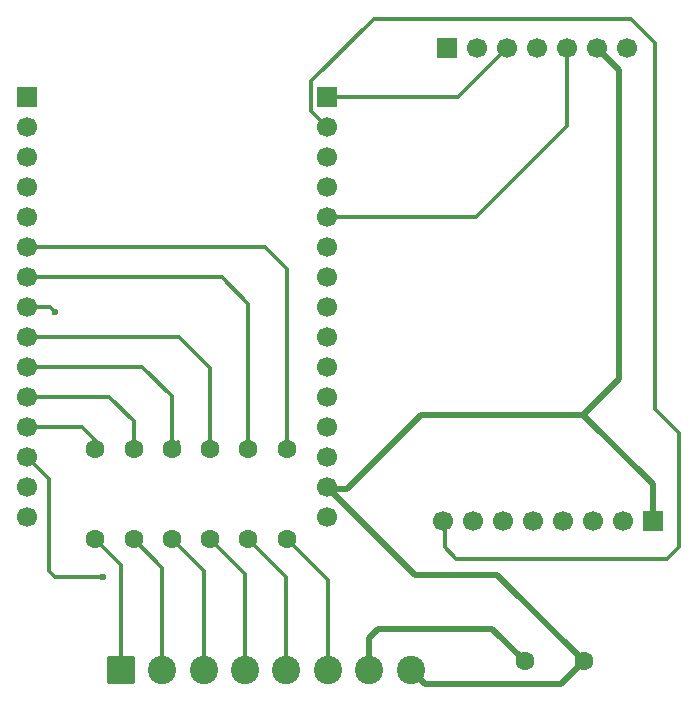
<source format=gtl>
%TF.GenerationSoftware,KiCad,Pcbnew,9.0.5*%
%TF.CreationDate,2025-12-28T17:56:33+02:00*%
%TF.ProjectId,base-schematic-02,62617365-2d73-4636-9865-6d617469632d,rev?*%
%TF.SameCoordinates,Original*%
%TF.FileFunction,Copper,L1,Top*%
%TF.FilePolarity,Positive*%
%FSLAX46Y46*%
G04 Gerber Fmt 4.6, Leading zero omitted, Abs format (unit mm)*
G04 Created by KiCad (PCBNEW 9.0.5) date 2025-12-28 17:56:33*
%MOMM*%
%LPD*%
G01*
G04 APERTURE LIST*
G04 Aperture macros list*
%AMRoundRect*
0 Rectangle with rounded corners*
0 $1 Rounding radius*
0 $2 $3 $4 $5 $6 $7 $8 $9 X,Y pos of 4 corners*
0 Add a 4 corners polygon primitive as box body*
4,1,4,$2,$3,$4,$5,$6,$7,$8,$9,$2,$3,0*
0 Add four circle primitives for the rounded corners*
1,1,$1+$1,$2,$3*
1,1,$1+$1,$4,$5*
1,1,$1+$1,$6,$7*
1,1,$1+$1,$8,$9*
0 Add four rect primitives between the rounded corners*
20,1,$1+$1,$2,$3,$4,$5,0*
20,1,$1+$1,$4,$5,$6,$7,0*
20,1,$1+$1,$6,$7,$8,$9,0*
20,1,$1+$1,$8,$9,$2,$3,0*%
G04 Aperture macros list end*
%TA.AperFunction,ComponentPad*%
%ADD10R,1.700000X1.700000*%
%TD*%
%TA.AperFunction,ComponentPad*%
%ADD11C,1.700000*%
%TD*%
%TA.AperFunction,ComponentPad*%
%ADD12C,1.600000*%
%TD*%
%TA.AperFunction,ComponentPad*%
%ADD13RoundRect,0.250001X-0.949999X-0.949999X0.949999X-0.949999X0.949999X0.949999X-0.949999X0.949999X0*%
%TD*%
%TA.AperFunction,ComponentPad*%
%ADD14C,2.400000*%
%TD*%
%TA.AperFunction,ViaPad*%
%ADD15C,0.600000*%
%TD*%
%TA.AperFunction,Conductor*%
%ADD16C,0.300000*%
%TD*%
%TA.AperFunction,Conductor*%
%ADD17C,0.500000*%
%TD*%
G04 APERTURE END LIST*
D10*
%TO.P,J2,1,Pin_1*%
%TO.N,D23*%
X79400000Y-59460000D03*
D11*
%TO.P,J2,2,Pin_2*%
%TO.N,D22*%
X79400000Y-62000000D03*
%TO.P,J2,3,Pin_3*%
%TO.N,unconnected-(J2-Pin_3-Pad3)*%
X79400000Y-64540000D03*
%TO.P,J2,4,Pin_4*%
%TO.N,unconnected-(J2-Pin_4-Pad4)*%
X79400000Y-67080000D03*
%TO.P,J2,5,Pin_5*%
%TO.N,D21*%
X79400000Y-69620000D03*
%TO.P,J2,6,Pin_6*%
%TO.N,D19*%
X79400000Y-72160000D03*
%TO.P,J2,7,Pin_7*%
%TO.N,D18*%
X79400000Y-74700000D03*
%TO.P,J2,8,Pin_8*%
%TO.N,unconnected-(J2-Pin_8-Pad8)*%
X79400000Y-77240000D03*
%TO.P,J2,9,Pin_9*%
%TO.N,unconnected-(J2-Pin_9-Pad9)*%
X79400000Y-79780000D03*
%TO.P,J2,10,Pin_10*%
%TO.N,unconnected-(J2-Pin_10-Pad10)*%
X79400000Y-82320000D03*
%TO.P,J2,11,Pin_11*%
%TO.N,unconnected-(J2-Pin_11-Pad11)*%
X79400000Y-84860000D03*
%TO.P,J2,12,Pin_12*%
%TO.N,unconnected-(J2-Pin_12-Pad12)*%
X79400000Y-87400000D03*
%TO.P,J2,13,Pin_13*%
%TO.N,unconnected-(J2-Pin_13-Pad13)*%
X79400000Y-89940000D03*
%TO.P,J2,14,Pin_14*%
%TO.N,GND*%
X79400000Y-92480000D03*
%TO.P,J2,15,Pin_15*%
%TO.N,3V3*%
X79400000Y-95020000D03*
%TD*%
D10*
%TO.P,J1,1,Pin_1*%
%TO.N,unconnected-(J1-Pin_1-Pad1)*%
X54000000Y-59460000D03*
D11*
%TO.P,J1,2,Pin_2*%
%TO.N,unconnected-(J1-Pin_2-Pad2)*%
X54000000Y-62000000D03*
%TO.P,J1,3,Pin_3*%
%TO.N,unconnected-(J1-Pin_3-Pad3)*%
X54000000Y-64540000D03*
%TO.P,J1,4,Pin_4*%
%TO.N,unconnected-(J1-Pin_4-Pad4)*%
X54000000Y-67080000D03*
%TO.P,J1,5,Pin_5*%
%TO.N,unconnected-(J1-Pin_5-Pad5)*%
X54000000Y-69620000D03*
%TO.P,J1,6,Pin_6*%
%TO.N,D32*%
X54000000Y-72160000D03*
%TO.P,J1,7,Pin_7*%
%TO.N,D33*%
X54000000Y-74700000D03*
%TO.P,J1,8,Pin_8*%
%TO.N,D25*%
X54000000Y-77240000D03*
%TO.P,J1,9,Pin_9*%
%TO.N,D26*%
X54000000Y-79780000D03*
%TO.P,J1,10,Pin_10*%
%TO.N,D27*%
X54000000Y-82320000D03*
%TO.P,J1,11,Pin_11*%
%TO.N,D14*%
X54000000Y-84860000D03*
%TO.P,J1,12,Pin_12*%
%TO.N,D12*%
X54000000Y-87400000D03*
%TO.P,J1,13,Pin_13*%
%TO.N,D13*%
X54000000Y-89940000D03*
%TO.P,J1,14,Pin_14*%
%TO.N,unconnected-(J1-Pin_14-Pad14)*%
X54000000Y-92480000D03*
%TO.P,J1,15,Pin_15*%
%TO.N,VIN*%
X54000000Y-95020000D03*
%TD*%
D12*
%TO.P,R2,1*%
%TO.N,D14*%
X63053000Y-89255000D03*
%TO.P,R2,2*%
%TO.N,Net-(J4-Pin_2)*%
X63053000Y-96875000D03*
%TD*%
%TO.P,R1,1*%
%TO.N,D12*%
X59810000Y-89255000D03*
%TO.P,R1,2*%
%TO.N,Net-(J4-Pin_1)*%
X59810000Y-96875000D03*
%TD*%
D10*
%TO.P,J3-DAC1,1,Pin_1*%
%TO.N,D19*%
X89570000Y-55335000D03*
D11*
%TO.P,J3-DAC1,2,Pin_2*%
%TO.N,D18*%
X92110000Y-55335000D03*
%TO.P,J3-DAC1,3,Pin_3*%
%TO.N,D23*%
X94650000Y-55335000D03*
%TO.P,J3-DAC1,4,Pin_4*%
%TO.N,D25*%
X97190000Y-55335000D03*
%TO.P,J3-DAC1,5,Pin_5*%
%TO.N,D21*%
X99730000Y-55335000D03*
%TO.P,J3-DAC1,6,Pin_6*%
%TO.N,GND*%
X102270000Y-55335000D03*
%TO.P,J3-DAC1,7,Pin_7*%
%TO.N,3V3*%
X104810000Y-55335000D03*
%TD*%
D12*
%TO.P,R4,1*%
%TO.N,D26*%
X69539000Y-89255000D03*
%TO.P,R4,2*%
%TO.N,Net-(J4-Pin_4)*%
X69539000Y-96875000D03*
%TD*%
%TO.P,C2,1*%
%TO.N,VIN*%
X96160000Y-107270000D03*
%TO.P,C2,2*%
%TO.N,GND*%
X101160000Y-107270000D03*
%TD*%
%TO.P,R6,1*%
%TO.N,D32*%
X76025000Y-89255000D03*
%TO.P,R6,2*%
%TO.N,Net-(J4-Pin_6)*%
X76025000Y-96875000D03*
%TD*%
%TO.P,R5,1*%
%TO.N,D33*%
X72782000Y-89255000D03*
%TO.P,R5,2*%
%TO.N,Net-(J4-Pin_5)*%
X72782000Y-96875000D03*
%TD*%
%TO.P,R3,1*%
%TO.N,D27*%
X66296000Y-89255000D03*
%TO.P,R3,2*%
%TO.N,Net-(J4-Pin_3)*%
X66296000Y-96875000D03*
%TD*%
D13*
%TO.P,J4,1,Pin_1*%
%TO.N,Net-(J4-Pin_1)*%
X62000000Y-108000000D03*
D14*
%TO.P,J4,2,Pin_2*%
%TO.N,Net-(J4-Pin_2)*%
X65500000Y-108000000D03*
%TO.P,J4,3,Pin_3*%
%TO.N,Net-(J4-Pin_3)*%
X69000000Y-108000000D03*
%TO.P,J4,4,Pin_4*%
%TO.N,Net-(J4-Pin_4)*%
X72500000Y-108000000D03*
%TO.P,J4,5,Pin_5*%
%TO.N,Net-(J4-Pin_5)*%
X76000000Y-108000000D03*
%TO.P,J4,6,Pin_6*%
%TO.N,Net-(J4-Pin_6)*%
X79500000Y-108000000D03*
%TO.P,J4,7,Pin_7*%
%TO.N,VIN*%
X83000000Y-108000000D03*
%TO.P,J4,8,Pin_8*%
%TO.N,GND*%
X86500000Y-108000000D03*
%TD*%
D10*
%TO.P,J4-IMU1,1,Pin_1*%
%TO.N,GND*%
X107009138Y-95394959D03*
D11*
%TO.P,J4-IMU1,2,Pin_2*%
%TO.N,3V3*%
X104469138Y-95394959D03*
%TO.P,J4-IMU1,3,Pin_3*%
%TO.N,unconnected-(J4-IMU1-Pin_3-Pad3)*%
X101929138Y-95394959D03*
%TO.P,J4-IMU1,4,Pin_4*%
%TO.N,unconnected-(J4-IMU1-Pin_4-Pad4)*%
X99389138Y-95394959D03*
%TO.P,J4-IMU1,5,Pin_5*%
%TO.N,unconnected-(J4-IMU1-Pin_5-Pad5)*%
X96849138Y-95394959D03*
%TO.P,J4-IMU1,6,Pin_6*%
%TO.N,unconnected-(J4-IMU1-Pin_6-Pad6)*%
X94309138Y-95394959D03*
%TO.P,J4-IMU1,7,Pin_7*%
%TO.N,D13*%
X91769138Y-95394959D03*
%TO.P,J4-IMU1,8,Pin_8*%
%TO.N,D22*%
X89229138Y-95394959D03*
%TD*%
D15*
%TO.N,D25*%
X56403500Y-77708500D03*
%TO.N,D13*%
X60452000Y-100076000D03*
%TD*%
D16*
%TO.N,D14*%
X61000000Y-84860000D02*
X63053000Y-86913000D01*
X63053000Y-86913000D02*
X63053000Y-89255000D01*
X54000000Y-84860000D02*
X61000000Y-84860000D01*
%TO.N,D12*%
X59810000Y-88490000D02*
X58720000Y-87400000D01*
X58720000Y-87400000D02*
X54000000Y-87400000D01*
X59810000Y-89255000D02*
X59810000Y-88490000D01*
%TO.N,D27*%
X66296000Y-84816000D02*
X66296000Y-89255000D01*
X63800000Y-82320000D02*
X66296000Y-84816000D01*
X54000000Y-82320000D02*
X63800000Y-82320000D01*
%TO.N,D26*%
X69539000Y-82459000D02*
X69539000Y-89255000D01*
X66860000Y-79780000D02*
X69539000Y-82459000D01*
X54000000Y-79780000D02*
X66860000Y-79780000D01*
%TO.N,D33*%
X72782000Y-76972000D02*
X72782000Y-89255000D01*
X70510000Y-74700000D02*
X72782000Y-76972000D01*
X54000000Y-74700000D02*
X70510000Y-74700000D01*
%TO.N,D32*%
X76025000Y-74005000D02*
X76025000Y-89255000D01*
X74180000Y-72160000D02*
X76025000Y-74005000D01*
X54000000Y-72160000D02*
X74180000Y-72160000D01*
%TO.N,D25*%
X55935000Y-77240000D02*
X54000000Y-77240000D01*
X56403500Y-77708500D02*
X55935000Y-77240000D01*
D17*
%TO.N,GND*%
X79400000Y-92480000D02*
X79566000Y-92646000D01*
X81090000Y-92646000D02*
X87376000Y-86360000D01*
X93840000Y-99950000D02*
X86870000Y-99950000D01*
X79566000Y-92646000D02*
X81090000Y-92646000D01*
X101160000Y-107270000D02*
X93840000Y-99950000D01*
X104140000Y-57205000D02*
X102270000Y-55335000D01*
X87700000Y-109200000D02*
X99230000Y-109200000D01*
X87376000Y-86360000D02*
X101092000Y-86360000D01*
X86870000Y-99950000D02*
X79400000Y-92480000D01*
X99230000Y-109200000D02*
X101160000Y-107270000D01*
X87700000Y-109200000D02*
X86500000Y-108000000D01*
X101092000Y-86360000D02*
X107009138Y-92277138D01*
X104140000Y-83312000D02*
X104140000Y-57205000D01*
X107009138Y-92277138D02*
X107009138Y-95394959D01*
X101092000Y-86360000D02*
X104140000Y-83312000D01*
D16*
%TO.N,D33*%
X54000000Y-74700000D02*
X54000000Y-74240000D01*
%TO.N,D32*%
X54000000Y-72160000D02*
X54000000Y-71700000D01*
%TO.N,D13*%
X55880000Y-91820000D02*
X55880000Y-99568000D01*
X54000000Y-89940000D02*
X55880000Y-91820000D01*
X55880000Y-99568000D02*
X56388000Y-100076000D01*
D17*
%TO.N,VIN*%
X83740000Y-104540000D02*
X93430000Y-104540000D01*
D16*
X54200000Y-95220000D02*
X54000000Y-95020000D01*
D17*
X83000000Y-105280000D02*
X83740000Y-104540000D01*
X93430000Y-104540000D02*
X96160000Y-107270000D01*
X83000000Y-108000000D02*
X83000000Y-105280000D01*
D16*
%TO.N,D21*%
X79400000Y-69620000D02*
X92080000Y-69620000D01*
X92080000Y-69620000D02*
X99740000Y-61960000D01*
X99730000Y-61950000D02*
X99730000Y-55335000D01*
X99740000Y-61960000D02*
X99730000Y-61950000D01*
%TO.N,D23*%
X86900000Y-59460000D02*
X79400000Y-59460000D01*
X86900000Y-59460000D02*
X90525000Y-59460000D01*
X90525000Y-59460000D02*
X94650000Y-55335000D01*
%TO.N,D22*%
X108204000Y-98552000D02*
X90354179Y-98552000D01*
X89408000Y-95216097D02*
X89229138Y-95394959D01*
X107188000Y-85852000D02*
X109220000Y-87884000D01*
X107188000Y-54864000D02*
X107188000Y-85852000D01*
X89408000Y-97605821D02*
X89408000Y-95573821D01*
X83426000Y-52832000D02*
X105156000Y-52832000D01*
X79400000Y-62000000D02*
X78099000Y-60699000D01*
X109220000Y-87884000D02*
X109220000Y-97536000D01*
X90354179Y-98552000D02*
X89408000Y-97605821D01*
X105156000Y-52832000D02*
X107188000Y-54864000D01*
X89408000Y-95573821D02*
X89229138Y-95394959D01*
X78099000Y-58159000D02*
X83426000Y-52832000D01*
X78099000Y-60699000D02*
X78099000Y-58159000D01*
X109220000Y-97536000D02*
X108204000Y-98552000D01*
%TO.N,D19*%
X79400000Y-72160000D02*
X79490000Y-72160000D01*
%TO.N,Net-(J4-Pin_4)*%
X72500000Y-99836000D02*
X69539000Y-96875000D01*
X72500000Y-108000000D02*
X72500000Y-99836000D01*
%TO.N,Net-(J4-Pin_3)*%
X69000000Y-99579000D02*
X66296000Y-96875000D01*
X69000000Y-108000000D02*
X69000000Y-99579000D01*
%TO.N,Net-(J4-Pin_6)*%
X79500000Y-108000000D02*
X79500000Y-100350000D01*
X79500000Y-100350000D02*
X76025000Y-96875000D01*
%TO.N,Net-(J4-Pin_5)*%
X76000000Y-100093000D02*
X72782000Y-96875000D01*
X76000000Y-108000000D02*
X76000000Y-100093000D01*
%TO.N,D27*%
X66825000Y-88726000D02*
X66296000Y-89255000D01*
%TO.N,Net-(J4-Pin_1)*%
X62000000Y-99065000D02*
X59810000Y-96875000D01*
X62000000Y-108000000D02*
X62000000Y-99065000D01*
%TO.N,Net-(J4-Pin_2)*%
X65500000Y-99322000D02*
X63053000Y-96875000D01*
X65500000Y-108000000D02*
X65500000Y-99322000D01*
%TO.N,D13*%
X56388000Y-100076000D02*
X60452000Y-100076000D01*
%TD*%
M02*

</source>
